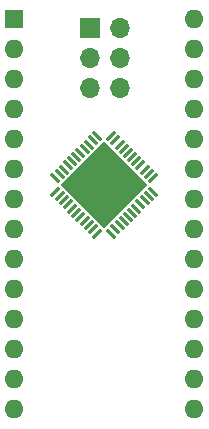
<source format=gbr>
%TF.GenerationSoftware,KiCad,Pcbnew,6.0.11-2627ca5db0~126~ubuntu22.04.1*%
%TF.CreationDate,2024-02-09T08:46:32-05:00*%
%TF.ProjectId,HP8656B_fractional-n_microprocessor,48503836-3536-4425-9f66-72616374696f,rev?*%
%TF.SameCoordinates,Original*%
%TF.FileFunction,Soldermask,Top*%
%TF.FilePolarity,Negative*%
%FSLAX46Y46*%
G04 Gerber Fmt 4.6, Leading zero omitted, Abs format (unit mm)*
G04 Created by KiCad (PCBNEW 6.0.11-2627ca5db0~126~ubuntu22.04.1) date 2024-02-09 08:46:32*
%MOMM*%
%LPD*%
G01*
G04 APERTURE LIST*
G04 Aperture macros list*
%AMRoundRect*
0 Rectangle with rounded corners*
0 $1 Rounding radius*
0 $2 $3 $4 $5 $6 $7 $8 $9 X,Y pos of 4 corners*
0 Add a 4 corners polygon primitive as box body*
4,1,4,$2,$3,$4,$5,$6,$7,$8,$9,$2,$3,0*
0 Add four circle primitives for the rounded corners*
1,1,$1+$1,$2,$3*
1,1,$1+$1,$4,$5*
1,1,$1+$1,$6,$7*
1,1,$1+$1,$8,$9*
0 Add four rect primitives between the rounded corners*
20,1,$1+$1,$2,$3,$4,$5,0*
20,1,$1+$1,$4,$5,$6,$7,0*
20,1,$1+$1,$6,$7,$8,$9,0*
20,1,$1+$1,$8,$9,$2,$3,0*%
%AMRotRect*
0 Rectangle, with rotation*
0 The origin of the aperture is its center*
0 $1 length*
0 $2 width*
0 $3 Rotation angle, in degrees counterclockwise*
0 Add horizontal line*
21,1,$1,$2,0,0,$3*%
G04 Aperture macros list end*
%ADD10R,1.600000X1.600000*%
%ADD11O,1.600000X1.600000*%
%ADD12R,1.700000X1.700000*%
%ADD13O,1.700000X1.700000*%
%ADD14RoundRect,0.062500X0.380070X-0.291682X-0.291682X0.380070X-0.380070X0.291682X0.291682X-0.380070X0*%
%ADD15RoundRect,0.062500X0.380070X0.291682X0.291682X0.380070X-0.380070X-0.291682X-0.291682X-0.380070X0*%
%ADD16RotRect,5.200000X5.200000X135.000000*%
G04 APERTURE END LIST*
D10*
%TO.C,U2*%
X129336800Y-32842200D03*
D11*
X129336800Y-35382200D03*
X129336800Y-37922200D03*
X129336800Y-40462200D03*
X129336800Y-43002200D03*
X129336800Y-45542200D03*
X129336800Y-48082200D03*
X129336800Y-50622200D03*
X129336800Y-53162200D03*
X129336800Y-55702200D03*
X129336800Y-58242200D03*
X129336800Y-60782200D03*
X129336800Y-63322200D03*
X129336800Y-65862200D03*
X144576800Y-65862200D03*
X144576800Y-63322200D03*
X144576800Y-60782200D03*
X144576800Y-58242200D03*
X144576800Y-55702200D03*
X144576800Y-53162200D03*
X144576800Y-50622200D03*
X144576800Y-48082200D03*
X144576800Y-45542200D03*
X144576800Y-43002200D03*
X144576800Y-40462200D03*
X144576800Y-37922200D03*
X144576800Y-35382200D03*
X144576800Y-32842200D03*
%TD*%
D12*
%TO.C,J1*%
X135758000Y-33543000D03*
D13*
X138298000Y-33543000D03*
X135758000Y-36083000D03*
X138298000Y-36083000D03*
X135758000Y-38623000D03*
X138298000Y-38623000D03*
%TD*%
D14*
%TO.C,U1*%
X137528441Y-50990736D03*
X137881994Y-50637182D03*
X138235548Y-50283629D03*
X138589101Y-49930076D03*
X138942654Y-49576522D03*
X139296208Y-49222969D03*
X139649761Y-48869415D03*
X140003315Y-48515862D03*
X140356868Y-48162309D03*
X140710421Y-47808755D03*
X141063975Y-47455202D03*
D15*
X141063975Y-46270798D03*
X140710421Y-45917245D03*
X140356868Y-45563691D03*
X140003315Y-45210138D03*
X139649761Y-44856585D03*
X139296208Y-44503031D03*
X138942654Y-44149478D03*
X138589101Y-43795924D03*
X138235548Y-43442371D03*
X137881994Y-43088818D03*
X137528441Y-42735264D03*
D14*
X136344037Y-42735264D03*
X135990484Y-43088818D03*
X135636930Y-43442371D03*
X135283377Y-43795924D03*
X134929824Y-44149478D03*
X134576270Y-44503031D03*
X134222717Y-44856585D03*
X133869163Y-45210138D03*
X133515610Y-45563691D03*
X133162057Y-45917245D03*
X132808503Y-46270798D03*
D15*
X132808503Y-47455202D03*
X133162057Y-47808755D03*
X133515610Y-48162309D03*
X133869163Y-48515862D03*
X134222717Y-48869415D03*
X134576270Y-49222969D03*
X134929824Y-49576522D03*
X135283377Y-49930076D03*
X135636930Y-50283629D03*
X135990484Y-50637182D03*
X136344037Y-50990736D03*
D16*
X136936239Y-46863000D03*
%TD*%
M02*

</source>
